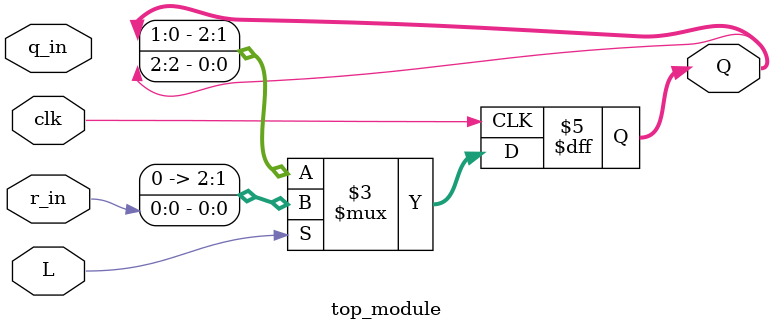
<source format=sv>
module full_module (
    input [2:0] r,
    input L,
    input clk,
    output reg [2:0] q
);

always @(posedge clk) begin
    if (L) begin
        q <= r;
    end else begin
        q <= {q[1:0], q[2]};
    end
end

endmodule
module top_module(
    input clk,
    input L,
    input [0:0] q_in,
    input [0:0] r_in,
    output reg [2:0] Q
);

always @(posedge clk) begin
    if (L) begin
        Q <= {2'b00, r_in};
    end else begin
        Q <= {Q[1:0], Q[2]};
    end
end

endmodule

</source>
